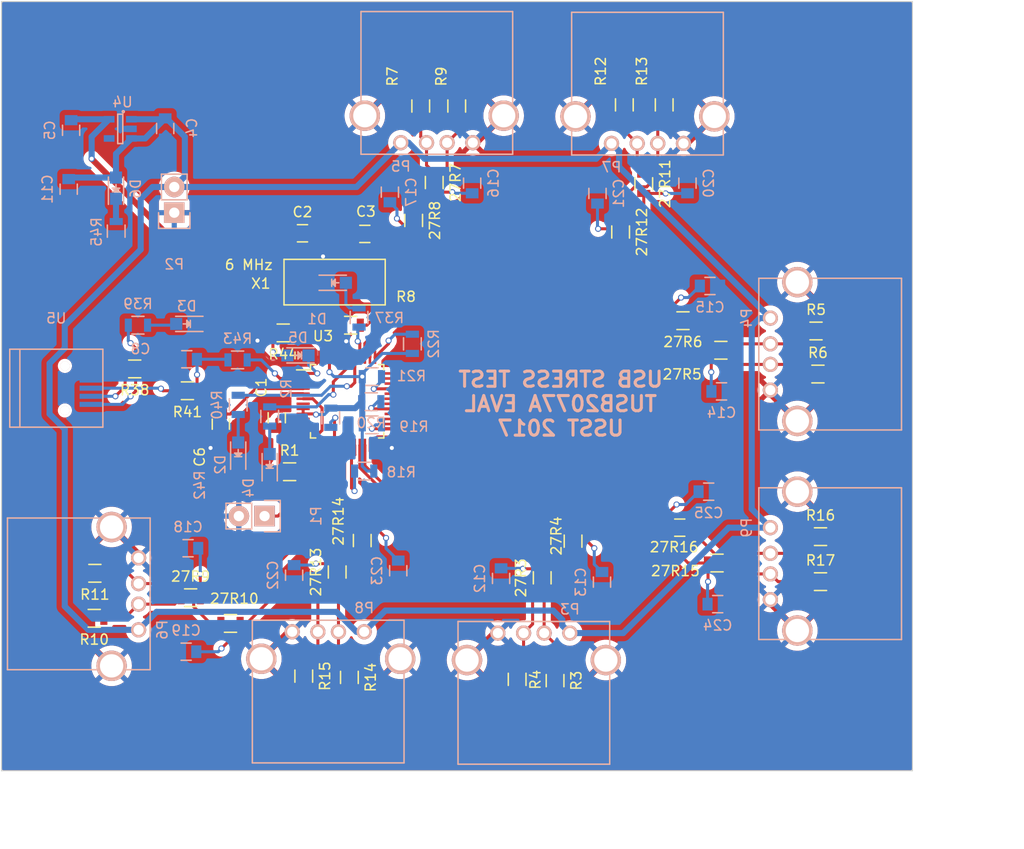
<source format=kicad_pcb>
(kicad_pcb (version 20221018) (generator pcbnew)
  (title_block (title "TUSB2077A USB hub") (date "2016-12-06") (rev "2") (company "USST") (comment 1 "Carl Hofmeister"))
  (layers (0 "F.Cu" signal) (31 "B.Cu" signal) (34 "B.Paste" user) (35 "F.Paste" user) (36 "B.SilkS" user "B.Silkscreen") (37 "F.SilkS" user "F.Silkscreen") (38 "B.Mask" user) (39 "F.Mask" user) (44 "Edge.Cuts" user))
  (net 0 "")
  (net 1 "Net-(27R3-Pad1)")
  (net 2 "Net-(27R4-Pad1)")
  (net 3 "Net-(27R5-Pad1)")
  (net 4 "Net-(27R6-Pad1)")
  (net 5 "Net-(27R7-Pad1)")
  (net 6 "Net-(27R8-Pad1)")
  (net 7 "Net-(27R9-Pad1)")
  (net 8 "Net-(27R10-Pad1)")
  (net 9 "Net-(27R11-Pad1)")
  (net 10 "Net-(27R12-Pad1)")
  (net 11 "Net-(27R13-Pad1)")
  (net 12 "Net-(27R14-Pad1)")
  (net 13 "Net-(27R15-Pad1)")
  (net 14 "Net-(27R16-Pad1)")
  (net 15 "+3.3V")
  (net 16 "GND")
  (net 17 "Net-(C2-Pad1)")
  (net 18 "Net-(C3-Pad1)")
  (net 19 "VCC")
  (net 20 "RST")
  (net 21 "Net-(R8-Pad1)")
  (net 22 "HUBCFG")
  (net 23 "Net-(R38-Pad2)")
  (net 24 "Net-(R39-Pad2)")
  (net 25 "PORTPWR")
  (net 26 "Net-(R41-Pad2)")
  (net 27 "PORTDIS")
  (net 28 "DP0PUR")
  (net 29 "SPND")
  (net 30 "Net-(U3-Pad7)")
  (net 31 "Net-(U3-Pad11)")
  (net 32 "Net-(U3-Pad15)")
  (net 33 "Net-(U3-Pad19)")
  (net 34 "Net-(U3-Pad23)")
  (net 35 "Net-(U3-Pad28)")
  (net 36 "Net-(U3-Pad32)")
  (net 37 "Net-(U3-Pad36)")
  (net 38 "Net-(D1-Pad2)")
  (net 39 "Net-(D2-Pad2)")
  (net 40 "Net-(D3-Pad2)")
  (net 41 "Net-(D4-Pad2)")
  (net 42 "Net-(D5-Pad2)")
  (net 43 "Net-(D6-Pad1)")
  (net 44 "Net-(U4-Pad4)")
  (net 45 "Net-(R1-Pad2)")
  (net 46 "Net-(R2-Pad2)")
  (net 47 "Net-(R18-Pad2)")
  (net 48 "Net-(R19-Pad2)")
  (net 49 "Net-(R20-Pad2)")
  (net 50 "Net-(R21-Pad2)")
  (net 51 "Net-(R22-Pad2)")
  (net 52 "D3_P")
  (net 53 "D5_P")
  (net 54 "D7_P")
  (net 55 "D1_P")
  (net 56 "D6_P")
  (net 57 "D2_P")
  (net 58 "D4_P")
  (net 59 "D0_P")
  (net 60 "D3_N")
  (net 61 "D5_N")
  (net 62 "D7_N")
  (net 63 "D1_N")
  (net 64 "D6_N")
  (net 65 "D2_N")
  (net 66 "D4_N")
  (net 67 "D0_N")
  (footprint "Resistors_SMD:R_0805" (layer "F.Cu") (at 166.1795 120.65 90)
    (fp_text reference "27R3")
    (fp_text value "27R")
  )
  (footprint "Resistors_SMD:R_0805" (layer "F.Cu") (at 169.2275 117.0305 90)
    (fp_text reference "27R4")
    (fp_text value "27R")
  )
  (footprint "Resistors_SMD:R_0805" (layer "F.Cu") (at 183.83 98.171 180)
    (fp_text reference "27R5")
    (fp_text value "27R")
  )
  (footprint "Resistors_SMD:R_0805" (layer "F.Cu") (at 180.086 95.25 180)
    (fp_text reference "27R6")
    (fp_text value "27R")
  )
  (footprint "Resistors_SMD:R_0805" (layer "F.Cu") (at 155.5115 81.5975 -90)
    (fp_text reference "27R7")
    (fp_text value "27R")
  )
  (footprint "Resistors_SMD:R_0805" (layer "F.Cu") (at 153.4795 85.344 -90)
    (fp_text reference "27R8")
    (fp_text value "27R")
  )
  (footprint "Resistors_SMD:R_0805" (layer "F.Cu") (at 131.445 122.6185)
    (fp_text reference "27R9")
    (fp_text value "27R")
  )
  (footprint "Resistors_SMD:R_0805" (layer "F.Cu") (at 135.382 125.1585)
    (fp_text reference "27R10")
    (fp_text value "27R")
  )
  (footprint "Resistors_SMD:R_0805" (layer "F.Cu") (at 176.2125 81.7245 -90)
    (fp_text reference "27R11")
    (fp_text value "27R")
  )
  (footprint "Resistors_SMD:R_0805" (layer "F.Cu") (at 173.9265 86.487 -90)
    (fp_text reference "27R12")
    (fp_text value "27R")
  )
  (footprint "Resistors_SMD:R_0805" (layer "F.Cu") (at 145.923 120.0785 90)
    (fp_text reference "27R13")
    (fp_text value "27R")
  )
  (footprint "Resistors_SMD:R_0805" (layer "F.Cu") (at 148.3995 116.9695 90)
    (fp_text reference "27R14")
    (fp_text value "27R")
  )
  (footprint "Resistors_SMD:R_0805" (layer "F.Cu") (at 183.4515 119.1895 180)
    (fp_text reference "27R15")
    (fp_text value "27R")
  )
  (footprint "Capacitors_SMD:C_0805" (layer "F.Cu") (at 179.7685 115.697 180)
    (fp_text reference "27R16")
    (fp_text value "27R")
  )
  (footprint "Capacitors_SMD:C_0805" (layer "F.Cu") (at 139.954 104.8385 90)
    (fp_text reference "C1")
    (fp_text value "0.1uF")
  )
  (footprint "Capacitors_SMD:C_0805" (layer "F.Cu") (at 142.494 86.614)
    (fp_text reference "C2")
    (fp_text value "33pF")
  )
  (footprint "Capacitors_SMD:C_0805" (layer "F.Cu") (at 148.6535 86.6775 180)
    (fp_text reference "C3")
    (fp_text value "33pF")
  )
  (footprint "Capacitors_SMD:C_0805" (layer "F.Cu") (at 134.4295 105.4735 -90)
    (fp_text reference "C6")
    (fp_text value "22pF")
  )
  (footprint "Resistors_SMD:R_0805" (layer "F.Cu") (at 167.4495 130.81 -90)
    (fp_text reference "R3")
    (fp_text value "15k")
  )
  (footprint "Resistors_SMD:R_0805" (layer "F.Cu") (at 163.703 130.683 -90)
    (fp_text reference "R4")
    (fp_text value "15k")
  )
  (footprint "Resistors_SMD:R_0805" (layer "F.Cu") (at 193.2305 96.266)
    (fp_text reference "R5")
    (fp_text value "15k")
  )
  (footprint "Resistors_SMD:R_0805" (layer "F.Cu") (at 193.421 100.5205)
    (fp_text reference "R6")
    (fp_text value "15k")
  )
  (footprint "Resistors_SMD:R_0805" (layer "F.Cu") (at 154.178 74.041 90)
    (fp_text reference "R7")
    (fp_text value "15k")
  )
  (footprint "Resistors_SMD:R_0805" (layer "F.Cu") (at 147.2565 95.6945)
    (fp_text reference "R8")
    (fp_text value "1.5k")
  )
  (footprint "Resistors_SMD:R_0805" (layer "F.Cu") (at 157.734 74.041 90)
    (fp_text reference "R9")
    (fp_text value "15k")
  )
  (footprint "Resistors_SMD:R_0805" (layer "F.Cu") (at 121.92 124.6505 180)
    (fp_text reference "R10")
    (fp_text value "15k")
  )
  (footprint "Resistors_SMD:R_0805" (layer "F.Cu") (at 121.9835 120.2055 180)
    (fp_text reference "R11")
    (fp_text value "15k")
  )
  (footprint "Resistors_SMD:R_0805" (layer "F.Cu") (at 174.293967 73.926021 90)
    (fp_text reference "R12")
    (fp_text value "15k")
  )
  (footprint "Resistors_SMD:R_0805" (layer "F.Cu") (at 178.230967 73.926021 90)
    (fp_text reference "R13")
    (fp_text value "15k")
  )
  (footprint "Resistors_SMD:R_0805" (layer "F.Cu") (at 147.1295 130.4925 -90)
    (fp_text reference "R14")
    (fp_text value "15k")
  )
  (footprint "Resistors_SMD:R_0805" (layer "F.Cu") (at 142.621 130.3655 -90)
    (fp_text reference "R15")
    (fp_text value "15k")
  )
  (footprint "Resistors_SMD:R_0805" (layer "F.Cu") (at 193.675 116.586)
    (fp_text reference "R16")
    (fp_text value "15k")
  )
  (footprint "Resistors_SMD:R_0805" (layer "F.Cu") (at 193.675 121.031)
    (fp_text reference "R17")
    (fp_text value "15k")
  )
  (footprint "Resistors_SMD:R_0805" (layer "F.Cu") (at 125.9205 100.0125 180)
    (fp_text reference "R38")
    (fp_text value "30")
  )
  (footprint "Resistors_SMD:R_0805" (layer "F.Cu") (at 131.1275 102.1715 180)
    (fp_text reference "R41")
    (fp_text value "30")
  )
  (footprint "Resistors_SMD:R_0805" (layer "F.Cu") (at 140.589 96.4565 180)
    (fp_text reference "R44")
    (fp_text value "1k")
  )
  (footprint "Housings_QFP:TQFP-48_7x7mm_Pitch0.5mm" (layer "F.Cu") (at 146.90852 103.21036)
    (fp_text reference "U3")
    (fp_text value "TUSB2077A")
  )
  (footprint "apro_lib:FOX6MHZ" (layer "F.Cu") (at 145.669 91.44 180)
    (fp_text reference "X1")
    (fp_text value "6 MHz")
  )
  (footprint "Resistors_SMD:R_0805" (layer "F.Cu") (at 141.224 110.1725)
    (fp_text reference "R1")
    (fp_text value "15k")
  )
  (footprint "Capacitors_SMD:C_0805" (layer "B.Cu") (at 128.932022 76.260858 -90)
    (fp_text reference "C4")
    (fp_text value "1uF")
  )
  (footprint "Capacitors_SMD:C_0805" (layer "B.Cu") (at 119.635622 76.438658 -90)
    (fp_text reference "C5")
    (fp_text value "10uF")
  )
  (footprint "Capacitors_SMD:C_0805" (layer "B.Cu") (at 131.064 99.06 180)
    (fp_text reference "C8")
    (fp_text value "22pF")
  )
  (footprint "Capacitors_SMD:C_0805" (layer "B.Cu") (at 119.396862 82.257798 -90)
    (fp_text reference "C11")
    (fp_text value "10uF")
  )
  (footprint "Capacitors_SMD:C_0805" (layer "B.Cu") (at 162.1155 120.7135 -90)
    (fp_text reference "C12")
    (fp_text value "22pF")
  )
  (footprint "Capacitors_SMD:C_0805" (layer "B.Cu") (at 172.085 121.0785 -90)
    (fp_text reference "C13")
    (fp_text value "22pF")
  )
  (footprint "Capacitors_SMD:C_0805" (layer "B.Cu") (at 183.896 102.235)
    (fp_text reference "C14")
    (fp_text value "22pF")
  )
  (footprint "Capacitors_SMD:C_0805" (layer "B.Cu") (at 182.753 91.821)
    (fp_text reference "C15")
    (fp_text value "22pF")
  )
  (footprint "Capacitors_SMD:C_0805" (layer "B.Cu") (at 159.258 81.661 90)
    (fp_text reference "C16")
    (fp_text value "22pF")
  )
  (footprint "Capacitors_SMD:C_0805" (layer "B.Cu") (at 151.13 82.55 90)
    (fp_text reference "C17")
    (fp_text value "22pF")
  )
  (footprint "Capacitors_SMD:C_0805" (layer "B.Cu") (at 131.191 117.729 180)
    (fp_text reference "C18")
    (fp_text value "22pF")
  )
  (footprint "Capacitors_SMD:C_0805" (layer "B.Cu") (at 131.0005 127.9525 180)
    (fp_text reference "C19")
    (fp_text value "22pF")
  )
  (footprint "Capacitors_SMD:C_0805" (layer "B.Cu") (at 180.5305 81.661 90)
    (fp_text reference "C20")
    (fp_text value "22pF")
  )
  (footprint "Capacitors_SMD:C_0805" (layer "B.Cu") (at 171.6405 82.677 90)
    (fp_text reference "C21")
    (fp_text value "22pF")
  )
  (footprint "Capacitors_SMD:C_0805" (layer "B.Cu") (at 141.6685 120.396 -90)
    (fp_text reference "C22")
    (fp_text value "22pF")
  )
  (footprint "Capacitors_SMD:C_0805" (layer "B.Cu") (at 151.9555 119.9515 -90)
    (fp_text reference "C23")
    (fp_text value "22pF")
  )
  (footprint "Capacitors_SMD:C_0805" (layer "B.Cu") (at 183.515 123.2535)
    (fp_text reference "C24")
    (fp_text value "22pF")
  )
  (footprint "Capacitors_SMD:C_0805" (layer "B.Cu") (at 182.626 112.141)
    (fp_text reference "C25")
    (fp_text value "22pF")
  )
  (footprint "Pin_Headers:Pin_Header_Straight_1x02" (layer "B.Cu") (at 138.7475 114.554 90)
    (fp_text reference "P1")
    (fp_text value "CONN_01X02")
  )
  (footprint "Connect:USB_A" (layer "B.Cu") (at 168.91086 126.11312 180)
    (fp_text reference "P3")
    (fp_text value "USB_A")
  )
  (footprint "Connect:USB_A" (layer "B.Cu") (at 188.72412 94.99514 -90)
    (fp_text reference "P4")
    (fp_text value "USB_A")
  )
  (footprint "Connect:USB_A" (layer "B.Cu") (at 152.2095 77.6605)
    (fp_text reference "P5")
    (fp_text value "USB_A")
  )
  (footprint "Connect:USB_A" (layer "B.Cu") (at 126.29938 125.79436 90)
    (fp_text reference "P6")
    (fp_text value "USB_A")
  )
  (footprint "Connect:USB_A" (layer "B.Cu") (at 173.023107 77.733901)
    (fp_text reference "P7")
    (fp_text value "USB_A")
  )
  (footprint "Connect:USB_A" (layer "B.Cu") (at 148.59086 125.98612 180)
    (fp_text reference "P8")
    (fp_text value "USB_A")
  )
  (footprint "Connect:USB_A" (layer "B.Cu") (at 188.72412 115.69614 -90)
    (fp_text reference "P9")
    (fp_text value "USB_A")
  )
  (footprint "Resistors_SMD:R_0805" (layer "B.Cu") (at 148.082 94.9325 90)
    (fp_text reference "R37")
    (fp_text value "1k")
  )
  (footprint "Resistors_SMD:R_0805" (layer "B.Cu") (at 126.238 95.6945 180)
    (fp_text reference "R39")
    (fp_text value "1k")
  )
  (footprint "Resistors_SMD:R_0805" (layer "B.Cu") (at 136.144 103.5685 -90)
    (fp_text reference "R40")
    (fp_text value "1k")
  )
  (footprint "Resistors_SMD:R_0805" (layer "B.Cu") (at 139.2555 104.7115 -90)
    (fp_text reference "R42")
    (fp_text value "1k")
  )
  (footprint "Resistors_SMD:R_0805" (layer "B.Cu") (at 136.0805 99.1235 180)
    (fp_text reference "R43")
    (fp_text value "1.5k")
  )
  (footprint "Resistors_SMD:R_0805" (layer "B.Cu") (at 124.090782 86.403078 90)
    (fp_text reference "R45")
    (fp_text value "1k")
  )
  (footprint "LEDs:LED_0805" (layer "B.Cu") (at 145.7325 91.5035)
    (fp_text reference "D1")
    (fp_text value "LED")
  )
  (footprint "LEDs:LED_0805" (layer "B.Cu") (at 136.144 108.331 90)
    (fp_text reference "D2")
    (fp_text value "LED")
  )
  (footprint "LEDs:LED_0805" (layer "B.Cu") (at 131.064 95.5675 180)
    (fp_text reference "D3")
    (fp_text value "LED")
  )
  (footprint "LEDs:LED_0805" (layer "B.Cu") (at 139.2555 109.474 90)
    (fp_text reference "D4")
    (fp_text value "LED")
  )
  (footprint "LEDs:LED_0805" (layer "B.Cu") (at 142.0495 98.679 180)
    (fp_text reference "D5")
    (fp_text value "LED")
  )
  (footprint "LEDs:LED_0805" (layer "B.Cu") (at 124.070462 82.156198 90)
    (fp_text reference "D6")
    (fp_text value "LED")
  )
  (footprint "TO_SOT_Packages_SMD:SOT-23-5" (layer "B.Cu") (at 124.492102 76.296418 180)
    (fp_text reference "U4")
    (fp_text value "TPS76333")
  )
  (footprint "Pin_Headers:Pin_Header_Straight_1x02" (layer "B.Cu") (at 129.826102 84.579358)
    (fp_text reference "P2")
    (fp_text value "CONN_2")
  )
  (footprint "Resistors_SMD:R_0805" (layer "B.Cu") (at 148.59 110.109 180)
    (fp_text reference "R18")
    (fp_text value "15k")
  )
  (footprint "Resistors_SMD:R_0805" (layer "B.Cu") (at 149.352 105.537)
    (fp_text reference "R19")
    (fp_text value "15k")
  )
  (footprint "Resistors_SMD:R_0805" (layer "B.Cu") (at 149.2885 103.251)
    (fp_text reference "R20")
    (fp_text value "15k")
  )
  (footprint "Resistors_SMD:R_0805" (layer "B.Cu") (at 149.352 100.7745)
    (fp_text reference "R21")
    (fp_text value "15k")
  )
  (footprint "Resistors_SMD:R_0805" (layer "B.Cu") (at 153.3525 97.536 90)
    (fp_text reference "R22")
    (fp_text value "15k")
  )
  (footprint "Resistors_SMD:R_0805" (layer "B.Cu") (at 145.288 104.8385 -90)
    (fp_text reference "R2")
    (fp_text value "15k")
  )
  (footprint "Connect:USB_Mini-B" (layer "B.Cu") (at 118.1735 101.9175)
    (fp_text reference "U5")
    (fp_text value "USB_A_MALE")
  )
  (gr_line (start 202.76 63.716) (end 112.76 63.716) (stroke (width 0.1)) (layer "Edge.Cuts"))
  (gr_line (start 112.76 63.716) (end 112.76 139.716) (stroke (width 0.1)) (layer "Edge.Cuts"))
  (gr_line (start 202.76 139.716) (end 202.76 63.716) (stroke (width 0.1)) (layer "Edge.Cuts"))
  (gr_line (start 112.76 139.716) (end 202.76 139.716) (stroke (width 0.1)) (layer "Edge.Cuts"))
  (gr_text "USB STRESS TEST\nTUSB2077A EVAL\nUSST 2017" (at 168.01 103.466) (layer "B.SilkS") (effects (font (size 1.5 1.5) (thickness 0.3)) (justify mirror)))
  (segment (start 167.4495 129.86) (end 167.4495 127.1905) (width 0.3) (layer "F.Cu") (net 1))
  (segment (start 166.37 126.111) (end 166.37 121.7905) (width 0.3) (layer "F.Cu") (net 1))
  (segment (start 167.4495 127.1905) (end 166.37 126.111) (width 0.3) (layer "F.Cu") (net 1))
  (segment (start 166.37 121.7905) (end 166.1795 121.6) (width 0.3) (layer "F.Cu") (net 1))
  (segment (start 164.338 126.111) (end 165.229499 125.219501) (width 0.3) (layer "F.Cu") (net 2))
  (segment (start 165.229499 121.009999) (end 165.889497 120.350001) (width 0.3) (layer "F.Cu") (net 2))
  (segment (start 165.229499 125.219501) (end 165.229499 121.009999) (width 0.3) (layer "F.Cu") (net 2))
  (segment (start 165.889497 120.350001) (end 167.507999 120.350001) (width 0.3) (layer "F.Cu") (net 2))
  (segment (start 164.338 126.111) (end 164.338 129.098) (width 0.3) (layer "F.Cu") (net 2))
  (segment (start 167.507999 120.350001) (end 169.2275 118.6305) (width 0.3) (layer "F.Cu") (net 2))
  (segment (start 169.2275 118.6305) (end 169.2275 117.9805) (width 0.3) (layer "F.Cu") (net 2))
  (segment (start 164.338 129.098) (end 163.703 129.733) (width 0.3) (layer "F.Cu") (net 2))
  (segment (start 185.415 97.536) (end 184.78 98.171) (width 0.3) (layer "F.Cu") (net 3))
  (segment (start 188.722 97.536) (end 185.415 97.536) (width 0.3) (layer "F.Cu") (net 3))
  (segment (start 192.2805 96.566) (end 192.2805 96.266) (width 0.3) (layer "F.Cu") (net 3))
  (segment (start 188.722 97.536) (end 191.3105 97.536) (width 0.3) (layer "F.Cu") (net 3))
  (segment (start 191.3105 97.536) (end 192.2805 96.566) (width 0.3) (layer "F.Cu") (net 3))
  (segment (start 192.471 100.2205) (end 192.471 100.5205) (width 0.3) (layer "F.Cu") (net 4))
  (segment (start 184.189999 99.121001) (end 183.530001 98.461003) (width 0.3) (layer "F.Cu") (net 4))
  (segment (start 181.686 95.25) (end 181.036 95.25) (width 0.3) (layer "F.Cu") (net 4))
  (segment (start 191.8185 99.568) (end 192.471 100.2205) (width 0.3) (layer "F.Cu") (net 4))
  (segment (start 188.722 99.568) (end 191.8185 99.568) (width 0.3) (layer "F.Cu") (net 4))
  (segment (start 184.636998 99.568) (end 184.2135 99.144502) (width 0.3) (layer "F.Cu") (net 4))
  (segment (start 188.722 99.568) (end 184.636998 99.568) (width 0.3) (layer "F.Cu") (net 4))
  (segment (start 183.530001 97.094001) (end 181.686 95.25) (width 0.3) (layer "F.Cu") (net 4))
  (segment (start 184.2135 99.144502) (end 184.2135 99.121001) (width 0.3) (layer "F.Cu") (net 4))
  (segment (start 183.530001 98.461003) (end 183.530001 97.094001) (width 0.3) (layer "F.Cu") (net 4))
  (segment (start 184.2135 99.121001) (end 184.189999 99.121001) (width 0.3) (layer "F.Cu") (net 4))
  (segment (start 154.178 77.09026) (end 154.75036 77.66262) (width 0.3) (layer "F.Cu") (net 5))
  (segment (start 154.75036 77.66262) (end 154.75036 79.88636) (width 0.3) (layer "F.Cu") (net 5))
  (segment (start 154.75036 79.88636) (end 155.5115 80.6475) (width 0.3) (layer "F.Cu") (net 5))
  (segment (start 154.178 74.991) (end 154.178 77.09026) (width 0.3) (layer "F.Cu") (net 5))
  (segment (start 153.4795 83.039498) (end 153.4795 83.744) (width 0.3) (layer "F.Cu") (net 6))
  (segment (start 157.734 76.71098) (end 156.78236 77.66262) (width 0.3) (layer "F.Cu") (net 6))
  (segment (start 156.78236 77.66262) (end 156.78236 80.916642) (width 0.3) (layer "F.Cu") (net 6))
  (segment (start 157.734 74.991) (end 157.734 76.71098) (width 0.3) (layer "F.Cu") (net 6))
  (segment (start 154.621499 81.897499) (end 153.4795 83.039498) (width 0.3) (layer "F.Cu") (net 6))
  (segment (start 153.4795 83.744) (end 153.4795 84.394) (width 0.3) (layer "F.Cu") (net 6))
  (segment (start 155.801503 81.897499) (end 154.621499 81.897499) (width 0.3) (layer "F.Cu") (net 6))
  (segment (start 156.78236 80.916642) (end 155.801503 81.897499) (width 0.3) (layer "F.Cu") (net 6))
  (segment (start 124.9045 124.6505) (end 126.3015 123.2535) (width 0.3) (layer "F.Cu") (net 7))
  (segment (start 126.3015 123.2535) (end 129.86 123.2535) (width 0.3) (layer "F.Cu") (net 7))
  (segment (start 122.87 124.6505) (end 124.9045 124.6505) (width 0.3) (layer "F.Cu") (net 7))
  (segment (start 129.86 123.2535) (end 130.495 122.6185) (width 0.3) (layer "F.Cu") (net 7))
  (segment (start 125.2855 120.2055) (end 122.9335 120.2055) (width 0.3) (layer "F.Cu") (net 8))
  (segment (start 131.744999 122.328497) (end 131.744999 123.508501) (width 0.3) (layer "F.Cu") (net 8))
  (segment (start 133.782 125.1585) (end 134.432 125.1585) (width 0.3) (layer "F.Cu") (net 8))
  (segment (start 126.3015 121.2215) (end 130.638002 121.2215) (width 0.3) (layer "F.Cu") (net 8))
  (segment (start 130.638002 121.2215) (end 131.744999 122.328497) (width 0.3) (layer "F.Cu") (net 8))
  (segment (start 126.3015 121.2215) (end 125.2855 120.2055) (width 0.3) (layer "F.Cu") (net 8))
  (segment (start 133.394998 125.1585) (end 133.782 125.1585) (width 0.3) (layer "F.Cu") (net 8))
  (segment (start 131.744999 123.508501) (end 133.394998 125.1585) (width 0.3) (layer "F.Cu") (net 8))
  (segment (start 175.563967 80.125967) (end 176.2125 80.7745) (width 0.3) (layer "F.Cu") (net 9))
  (segment (start 175.563967 77.736021) (end 175.563967 80.125967) (width 0.3) (layer "F.Cu") (net 9))
  (segment (start 174.293967 74.876021) (end 174.293967 76.466021) (width 0.3) (layer "F.Cu") (net 9))
  (segment (start 174.293967 76.466021) (end 175.563967 77.736021) (width 0.3) (layer "F.Cu") (net 9))
  (segment (start 176.502503 82.024499) (end 175.322499 82.024499) (width 0.3) (layer "F.Cu") (net 10))
  (segment (start 175.322499 82.024499) (end 173.9265 83.420498) (width 0.3) (layer "F.Cu") (net 10))
  (segment (start 177.595967 77.736021) (end 177.595967 75.511021) (width 0.3) (layer "F.Cu") (net 10))
  (segment (start 177.595967 77.736021) (end 177.595967 80.931035) (width 0.3) (layer "F.Cu") (net 10))
  (segment (start 177.595967 80.931035) (end 176.502503 82.024499) (width 0.3) (layer "F.Cu") (net 10))
  (segment (start 173.9265 84.887) (end 173.9265 85.537) (width 0.3) (layer "F.Cu") (net 10))
  (segment (start 177.595967 75.511021) (end 178.230967 74.876021) (width 0.3) (layer "F.Cu") (net 10))
  (segment (start 173.9265 83.420498) (end 173.9265 84.887) (width 0.3) (layer "F.Cu") (net 10))
  (segment (start 146.8295 129.5425) (end 147.1295 129.5425) (width 0.3) (layer "F.Cu") (net 11))
  (segment (start 146.05 125.984) (end 146.05 128.763) (width 0.3) (layer "F.Cu") (net 11))
  (segment (start 146.05 128.763) (end 146.8295 129.5425) (width 0.3) (layer "F.Cu") (net 11))
  (segment (start 146.05 121.1555) (end 145.923 121.0285) (width 0.3) (layer "F.Cu") (net 11))
  (segment (start 146.05 125.984) (end 146.05 121.1555) (width 0.3) (layer "F.Cu") (net 11))
  (segment (start 145.632997 119.778501) (end 147.190499 119.778501) (width 0.3) (layer "F.Cu") (net 12))
  (segment (start 144.018 128.3185) (end 142.921 129.4155) (width 0.3) (layer "F.Cu") (net 12))
  (segment (start 142.921 129.4155) (end 142.621 129.4155) (width 0.3) (layer "F.Cu") (net 12))
  (segment (start 148.3995 118.5695) (end 148.3995 117.9195) (width 0.3) (layer "F.Cu") (net 12))
  (segment (start 144.018 125.984) (end 144.018 121.393498) (width 0.3) (layer "F.Cu") (net 12))
  (segment (start 147.190499 119.778501) (end 148.3995 118.5695) (width 0.3) (layer "F.Cu") (net 12))
  (segment (start 144.018 121.393498) (end 145.632997 119.778501) (width 0.3) (layer "F.Cu") (net 12))
  (segment (start 144.018 125.984) (end 144.018 128.3185) (width 0.3) (layer "F.Cu") (net 12))
  (segment (start 184.4015 118.8895) (end 184.4015 119.1895) (width 0.3) (layer "F.Cu") (net 13))
  (segment (start 188.722 118.237) (end 191.374 118.237) (width 0.3) (layer "F.Cu") (net 13))
  (segment (start 185.054 118.237) (end 184.4015 118.8895) (width 0.3) (layer "F.Cu") (net 13))
  (segment (start 188.722 118.237) (end 185.054 118.237) (width 0.3) (layer "F.Cu") (net 13))
  (segment (start 192.725 116.886) (end 192.725 116.586) (width 0.3) (layer "F.Cu") (net 13))
  (segment (start 191.374 118.237) (end 192.725 116.886) (width 0.3) (layer "F.Cu") (net 13))
  (segment (start 183.151501 118.205001) (end 180.7685 115.822) (width 0.3) (layer "F.Cu") (net 14))
  (segment (start 183.151501 119.479503) (end 183.151501 118.205001) (width 0.3) (layer "F.Cu") (net 14))
  (segment (start 180.7685 115.822) (end 180.7685 115.697) (width 0.3) (layer "F.Cu") (net 14))
  (segment (start 188.722 120.269) (end 183.940998 120.269) (width 0.3) (layer "F.Cu") (net 14))
  (segment (start 189.484 121.031) (end 188.722 120.269) (width 0.3) (layer "F.Cu") (net 14))
  (segment (start 192.725 121.031) (end 189.484 121.031) (width 0.3) (layer "F.Cu") (net 14))
  (segment (start 183.940998 120.269) (end 183.151501 119.479503) (width 0.3) (layer "F.Cu") (net 14))
  (segment (start 139.3625 93.98) (end 141.539 96.1565) (width 0.6) (layer "F.Cu") (net 15))
  (segment (start 143.76686 104.46036) (end 143.8275 104.521) (width 0.3) (layer "F.Cu") (net 15))
  (segment (start 140.274 106.1585) (end 139.954 105.8385) (width 0.3) (layer "F.Cu") (net 15))
  (segment (start 121.666 79.248) (end 121.666 79.261258) (width 0.6) (layer "F.Cu") (net 15))
  (segment (start 142.55852 104.46036) (end 143.76686 104.46036) (width 0.3) (layer "F.Cu") (net 15))
  (segment (start 144.65852 98.86036) (end 145.15852 98.86036) (width 0.3) (layer "F.Cu") (net 15))
  (segment (start 142.55852 104.96036) (end 140.03214 104.96036) (width 0.3) (layer "F.Cu") (net 15))
  (segment (start 141.539 96.1565) (end 141.539 96.4565) (width 0.6) (layer "F.Cu") (net 15))
  (segment (start 141.539 96.4565) (end 143.20466 96.4565) (width 0.3) (layer "F.Cu") (net 15))
  (segment (start 145.161 98.86284) (end 145.15852 98.86036) (width 0.3) (layer "F.Cu") (net 15))
  (segment (start 143.20466 96.4565) (end 144.65852 97.91036) (width 0.3) (layer "F.Cu") (net 15))
  (segment (start 140.03214 104.96036) (end 139.954 105.0385) (width 0.3) (layer "F.Cu") (net 15))
  (segment (start 139.954 105.0385) (end 139.954 105.8385) (width 0.3) (layer "F.Cu") (net 15))
  (segment (start 144.65852 97.91036) (end 144.65852 98.86036) (width 0.3) (layer "F.Cu") (net 15))
  (segment (start 142.55852 104.46036) (end 142.55852 104.96036) (width 0.3) (layer "F.Cu") (net 15))
  (segment (start 142.55852 103.96036) (end 142.55852 104.46036) (width 0.3) (layer "F.Cu") (net 15))
  (segment (start 140.274 110.1725) (end 140.274 106.1585) (width 0.3) (layer "F.Cu") (net 15))
  (segment (start 121.666 79.261258) (end 136.384742 93.98) (width 0.6) (layer "F.Cu") (net 15))
  (segment (start 136.384742 93.98) (end 139.3625 93.98) (width 0.6) (layer "F.Cu") (net 15))
  (segment (start 145.161 100.33) (end 145.161 98.86284) (width 0.3) (layer "F.Cu") (net 15))
  (via (at 121.666 79.248) (size 0.6) (drill 0.4) (layers "F.Cu" "B.Cu") (net 15))
  (via (at 143.8275 104.521) (size 0.6) (drill 0.4) (layers "F.Cu" "B.Cu") (net 15))
  (via (at 145.161 100.33) (size 0.6) (drill 0.4) (layers "F.Cu" "B.Cu") (net 15))
  (via (at 148.402 100.7745) (size 0.6) (drill 0.4) (layers "F.Cu" "B.Cu") (net 15))
  (segment (start 153.3525 98.486) (end 150.3905 98.486) (width 0.3) (layer "B.Cu") (net 15))
  (segment (start 147.701 103.8885) (end 148.3385 103.251) (width 0.6) (layer "B.Cu") (net 15))
  (segment (start 150.3905 98.486) (end 148.402 100.4745) (width 0.3) (layer "B.Cu") (net 15))
  (segment (start 123.392102 75.346418) (end 121.666 77.07252) (width 0.6) (layer "B.Cu") (net 15))
  (segment (start 143.8275 104.521) (end 144.6555 104.521) (width 0.3) (layer "B.Cu") (net 15))
  (segment (start 148.402 109.621) (end 148.89 110.109) (width 0.3) (layer "B.Cu") (net 15))
  (segment (start 148.402 105.537) (end 148.402 103.3145) (width 0.6) (layer "B.Cu") (net 15))
  (segment (start 148.402 103.1875) (end 148.3385 103.251) (width 0.6) (layer "B.Cu") (net 15))
  (segment (start 145.6055 100.7745) (end 145.161 100.33) (width 0.3) (layer "B.Cu") (net 15))
  (segment (start 148.402 100.7745) (end 148.402 103.1875) (width 0.6) (layer "B.Cu") (net 15))
  (segment (start 148.89 110.109) (end 149.54 110.109) (width 0.3) (layer "B.Cu") (net 15))
  (segment (start 148.402 100.7745) (end 145.6055 100.7745) (width 0.3) (layer "B.Cu") (net 15))
  (segment (start 119.727862 75.346418) (end 119.635622 75.438658) (width 0.6) (layer "B.Cu") (net 15))
  (segment (start 145.288 103.8885) (end 147.701 103.8885) (width 0.6) (layer "B.Cu") (net 15))
  (segment (start 123.392102 75.346418) (end 119.727862 75.346418) (width 0.6) (layer "B.Cu") (net 15))
  (segment (start 148.402 105.537) (end 148.402 109.621) (width 0.3) (layer "B.Cu") (net 15))
  (segment (start 148.402 100.4745) (end 148.402 100.7745) (width 0.3) (layer "B.Cu") (net 15))
  (segment (start 121.666 77.07252) (end 121.666 79.248) (width 0.6) (layer "B.Cu") (net 15))
  (segment (start 148.402 103.3145) (end 148.3385 103.251) (width 0.6) (layer "B.Cu") (net 15))
  (segment (start 144.6555 104.521) (end 145.288 103.8885) (width 0.3) (layer "B.Cu") (net 15))
  (segment (start 154.178 73.091) (end 150.55898 73.091) (width 0.6) (layer "F.Cu") (net 16))
  (segment (start 141.0945 131.3155) (end 138.43 128.651) (width 0.6) (layer "F.Cu") (net 16))
  (segment (start 146.65852 98.86036) (end 146.65852 97.43548) (width 0.3) (layer "F.Cu") (net 16))
  (segment (start 120.97 124.6505) (end 120.97 126.685) (width 0.6) (layer "F.Cu") (net 16))
  (segment (start 167.4495 131.76) (end 169.484 131.76) (width 0.6) (layer "F.Cu") (net 16))
  (segment (start 188.722 123.19) (end 191.389 125.857) (width 0.6) (layer "F.Cu") (net 16))
  (segment (start 126.3015 118.6815) (end 126.3015 118.3005) (width 0.6) (layer "F.Cu") (net 16))
  (segment (start 150.55898 73.091) (end 148.65436 74.99562) (width 0.6) (layer "F.Cu") (net 16))
  (segment (start 194.1805 96.266) (end 194.1805 94.2315) (width 0.6) (layer "F.Cu") (net 16))
  (segment (start 159.32236 77.66262) (end 159.70336 77.66262) (width 0.6) (layer "F.Cu") (net 16))
  (segment (start 139.861001 98.961501) (end 139.284999 98.961501) (width 0.3) (layer "F.Cu") (net 16))
  (segment (start 181.090967 72.976021) (end 183.183967 75.069021) (width 0.6) (layer "F.Cu") (net 16))
  (segment (start 137.319 106.4735) (end 139.029 104.7635) (width 0.3) (layer "F.Cu") (net 16))
  (segment (start 174.293967 72.976021) (end 171.560967 72.976021) (width 0.6) (layer "F.Cu") (net 16))
  (segment (start 167.3225 131.633) (end 167.4495 131.76) (width 0.6) (layer "F.Cu") (net 16))
  (segment (start 151.05786 107.56036) (end 151.3205 107.823) (width 0.3) (layer "F.Cu") (net 16))
  (segment (start 157.734 73.091) (end 160.46574 73.091) (width 0.6) (layer "F.Cu") (net 16))
  (segment (start 188.722 122.809) (end 188.722 123.19) (width 0.6) (layer "F.Cu") (net 16))
  (segment (start 142.621 131.3155) (end 141.0945 131.3155) (width 0.6) (layer "F.Cu") (net 16))
  (segment (start 194.625 115.377) (end 191.389 112.141) (width 0.6) (layer "F.Cu") (net 16))
  (segment (start 147.0025 131.3155) (end 147.1295 131.4425) (width 0.6) (layer "F.Cu") (net 16))
  (segment (start 144.15852 98.86036) (end 139.962142 98.86036) (width 0.3) (layer "F.Cu") (net 16))
  (segment (start 178.230967 72.976021) (end 174.293967 72.976021) (width 0.6) (layer "F.Cu") (net 16))
  (segment (start 161.605 131.633) (end 163.703 131.633) (width 0.6) (layer "F.Cu") (net 16))
  (segment (start 188.722 102.108) (end 188.722 102.489) (width 0.6) (layer "F.Cu") (net 16))
  (segment (start 178.230967 72.976021) (end 181.090967 72.976021) (width 0.6) (layer "F.Cu") (net 16))
  (segment (start 161.798 126.111) (end 161.417 126.111) (width 0.6) (layer "F.Cu") (net 16))
  (segment (start 143.494 86.614) (end 147.59 86.614) (width 0.6) (layer "F.Cu") (net 16))
  (segment (start 121.0335 120.2055) (end 121.0335 124.587) (width 0.6) (layer "F.Cu") (net 16))
  (segment (start 121.0335 118.2345) (end 123.6345 115.6335) (width 0.6) (layer "F.Cu") (net 16))
  (segment (start 139.962142 98.86036) (end 139.861001 98.961501) (width 0.3) (layer "F.Cu") (net 16))
  (segment (start 194.371 100.5205) (end 194.371 96.4565) (width 0.6) (layer "F.Cu") (net 16))
  (segment (start 134.4295 106.807) (end 133.4135 107.823) (width 0.3) (layer "F.Cu") (net 16))
  (segment (start 143.494 87.868) (end 144.526 88.9) (width 0.6) (layer "F.Cu") (net 16))
  (segment (start 121.0335 120.2055) (end 121.0335 118.2345) (width 0.6) (layer "F.Cu") (net 16))
  (segment (start 139.029 104.7635) (end 139.029 104.6385) (width 0.3) (layer "F.Cu") (net 16))
  (segment (start 169.484 131.76) (end 172.466 128.778) (width 0.6) (layer "F.Cu") (net 16))
  (segment (start 142.55852 102.46036) (end 140.53214 102.46036) (width 0.3) (layer "F.Cu") (net 16))
  (segment (start 188.722 102.489) (end 191.389 105.156) (width 0.6) (layer "F.Cu") (net 16))
  (segment (start 194.625 122.621) (end 191.389 125.857) (width 0.6) (layer "F.Cu") (net 16))
  (segment (start 139.029 104.6385) (end 139.829 103.8385) (width 0.3) (layer "F.Cu") (net 16))
  (segment (start 141.097 125.984) (end 138.43 128.651) (width 0.6) (layer "F.Cu") (net 16))
  (segment (start 139.954 103.0385) (end 139.954 103.8385) (width 0.3) (layer "F.Cu") (net 16))
  (segment (start 147.1295 131.4425) (end 149.3545 131.4425) (width 0.6) (layer "F.Cu") (net 16))
  (segment (start 138.049 97.725502) (end 138.049 97.2185) (width 0.3) (layer "F.Cu") (net 16))
  (segment (start 194.1805 94.2315) (end 191.389 91.44) (width 0.6) (layer "F.Cu") (net 16))
  (segment (start 194.625 116.586) (end 194.625 121.031) (width 0.6) (layer "F.Cu") (net 16))
  (segment (start 139.829 103.8385) (end 139.954 103.8385) (width 0.3) (layer "F.Cu") (net 16))
  (segment (start 149.3545 131.4425) (end 152.146 128.651) (width 0.6) (layer "F.Cu") (net 16))
  (segment (start 126.3015 118.3005) (end 123.6345 115.6335) (width 0.6) (layer "F.Cu") (net 16))
  (segment (start 171.560967 72.976021) (end 169.467967 75.069021) (width 0.6) (layer "F.Cu") (net 16))
  (segment (start 146.65852 97.43548) (end 146.812 97.282) (width 0.3) (layer "F.Cu") (net 16))
  (segment (start 194.371 100.5205) (end 194.371 102.174) (width 0.6) (layer "F.Cu") (net 16))
  (segment (start 121.0335 124.587) (end 120.97 124.6505) (width 0.6) (layer "F.Cu") (net 16))
  (segment (start 154.178 73.091) (end 157.734 73.091) (width 0.6) (layer "F.Cu") (net 16))
  (segment (start 141.478 125.984) (end 141.097 125.984) (width 0.6) (layer "F.Cu") (net 16))
  (segment (start 180.135967 77.736021) (end 180.516967 77.736021) (width 0.6) (layer "F.Cu") (net 16))
  (segment (start 147.59 86.614) (end 147.6535 86.6775) (width 0.6) (layer "F.Cu") (net 16))
  (segment (start 194.371 102.174) (end 191.389 105.156) (width 0.6) (layer "F.Cu") (net 16))
  (segment (start 134.4295 106.4735) (end 134.4295 106.807) (width 0.3) (layer "F.Cu") (net 16))
  (segment (start 163.703 131.633) (end 167.3225 131.633) (width 0.6) (layer "F.Cu") (net 16))
  (segment (start 160.46574 73.091) (end 162.37036 74.99562) (width 0.6) (layer "F.Cu") (net 16))
  (segment (start 142.621 131.3155) (end 147.0025 131.3155) (width 0.6) (layer "F.Cu") (net 16))
  (segment (start 143.494 86.614) (end 143.494 87.868) (width 0.6) (layer "F.Cu") (net 16))
  (segment (start 134.4295 106.4735) (end 137.319 106.4735) (width 0.3) (layer "F.Cu") (net 16))
  (segment (start 140.53214 102.46036) (end 139.954 103.0385) (width 0.3) (layer "F.Cu") (net 16))
  (segment (start 161.417 126.111) (end 158.75 128.778) (width 0.6) (layer "F.Cu") (net 16))
  (segment (start 120.97 126.685) (end 123.6345 129.3495) (width 0.6) (layer "F.Cu") (net 16))
  (segment (start 194.625 121.031) (end 194.625 122.621) (width 0.6) (layer "F.Cu") (net 16))
  (segment (start 149.65852 107.56036) (end 151.05786 107.56036) (width 0.3) (layer "F.Cu") (net 16))
  (segment (start 159.70336 77.66262) (end 162.37036 74.99562) (width 0.6) (layer "F.Cu") (net 16))
  (segment (start 194.625 116.586) (end 194.625 115.377) (width 0.6) (layer "F.Cu") (net 16))
  (segment (start 158.75 128.778) (end 161.605 131.633) (width 0.6) (layer "F.Cu") (net 16))
  (segment (start 194.371 96.4565) (end 194.1805 96.266) (width 0.6) (layer "F.Cu") (net 16))
  (segment (start 139.284999 98.961501) (end 138.049 97.725502) (width 0.3) (layer "F.Cu") (net 16))
  (segment (start 180.516967 77.736021) (end 183.183967 75.069021) (width 0.6) (layer "F.Cu") (net 16))
  (via (at 146.812 97.282) (size 0.6) (drill 0.4) (layers "F.Cu" "B.Cu") (net 16))
  (via (at 133.4135 107.823) (size 0.6) (drill 0.4) (layers "F.Cu" "B.Cu") (net 16))
  (via (at 144.526 88.9) (size 0.6) (drill 0.4) (layers "F.Cu" "B.Cu") (net 16))
  (via (at 151.3205 107.823) (size 0.6) (drill 0.4) (layers "F.Cu" "B.Cu") (net 16))
  (via (at 138.049 97.2185) (size 0.6) (drill 0.4) (layers "F.Cu" "B.Cu") (net 16))
  (segment (start 123.1587 100.3173) (end 123.76 99.716) (width 0.25) (layer "B.Cu") (net 16))
  (segment (start 123.76 99.716) (end 123.76 97.966) (width 0.25) (layer "B.Cu") (net 16))
  (segment (start 123.76 97.966) (end 123.26142 97.46742) (width 0.25) (layer "B.Cu") (net 16))
  (segment (start 123.26142 97.46742) (end 121.52376 97.46742) (width 0.25) (layer "B.Cu") (net 16))
  (segment (start 123.6086 101.1174) (end 123.76 100.966) (width 0.3) (layer "B.Cu") (net 16))
  (segment (start 123.76 100.966) (end 123.76 99.716) (width 0.3) (layer "B.Cu") (net 16))
  (segment (start 144.526 91.34602) (end 144.68348 91.5035) (width 0.6) (layer "B.Cu") (net 16))
  (segment (start 121.62282 101.1174) (end 123.6086 101.1174) (width 0.3) (layer "B.Cu") (net 16))
  (segment (start 125.592102 76.296418) (end 124.462102 76.296418) (width 0.6) (layer "B.Cu") (net 16))
  (segment (start 124.462102 76.296418) (end 124.46 76.294316) (width 0.6) (layer "B.Cu") (net 16))
  (segment (start 124.46 76.294316) (end 124.46 73.4695) (width 0.6) (layer "B.Cu") (net 16))
  (segment (start 144.526 88.9) (end 144.526 91.34602) (width 0.6) (layer "B.Cu") (net 16))
  (segment (start 121.62282 100.3173) (end 123.1587 100.3173) (width 0.25) (layer "B.Cu") (net 16))
  (segment (start 145.65852 97.47952) (end 145.65852 97.91036) (width 0.3) (layer "F.Cu") (net 17))
  (segment (start 141.419 91.44) (end 141.419 93.24) (width 0.3) (layer "F.Cu") (net 17))
  (segment (start 141.419 93.24) (end 145.65852 97.47952) (width 0.3) (layer "F.Cu") (net 17))
  (segment (start 141.494 86.614) (end 141.494 91.365) (width 0.3) (layer "F.Cu") (net 17))
  (segment (start 145.65852 97.91036) (end 145.65852 98.86036) (width 0.3) (layer "F.Cu") (net 17))
  (segment (start 141.494 91.365) (end 141.419 91.44) (width 0.3) (layer "F.Cu") (net 17))
  (segment (start 149.919 93.24) (end 149.919 91.44) (width 0.3) (layer "F.Cu") (net 18))
  (segment (start 149.919 91.44) (end 149.919 86.943) (width 0.3) (layer "F.Cu") (net 18))
  (segment (start 149.919 94.632) (end 149.919 93.24) (width 0.3) (layer "F.Cu") (net 18))
  (segment (start 148.2065 95.6945) (end 148.8565 95.6945) (width 0.3) (layer "F.Cu") (net 18))
  (segment (start 149.919 86.943) (end 149.6535 86.6775) (width 0.3) (layer "F.Cu") (net 18))
  (segment (start 148.8565 95.6945) (end 149.919 94.632) (width 0.3) (layer "F.Cu") (net 18))
  (segment (start 121.3375 125.7935) (end 119.01 123.466) (width 0.6) (layer "B.Cu") (net 19))
  (segment (start 119.01 123.466) (end 119.01 105.966) (width 0.6) (layer "B.Cu") (net 19))
  (segment (start 119.01 105.966) (end 117.51 104.466) (width 0.6) (layer "B.Cu") (net 19))
  (segment (start 117.51 104.466) (end 117.51 99.466) (width 0.6) (layer "B.Cu") (net 19))
  (segment (start 117.51 99.466) (end 119.01 97.966) (width 0.6) (layer "B.Cu") (net 19))
  (segment (start 119.01 97.966) (end 119.01 95.716) (width 0.6) (layer "B.Cu") (net 19))
  (segment (start 119.01 95.716) (end 126.51 88.216) (width 0.6) (layer "B.Cu") (net 19))
  (segment (start 126.51 88.216) (end 126.51 83.216) (width 0.6) (layer "B.Cu") (net 19))
  (segment (start 126.51 83.216) (end 127.686642 82.039358) (width 0.6) (layer "B.Cu") (net 19))
  (segment (start 127.686642 82.039358) (end 129.826102 82.039358) (width 0.6) (layer "B.Cu") (net 19))
  (segment (start 119.547482 81.107178) (end 119.396862 81.257798) (width 0.6) (layer "B.Cu") (net 19))
  (segment (start 167.259 123.8885) (end 150.6855 123.8885) (width 0.6) (layer "B.Cu") (net 19))
  (segment (start 174.1805 126.111) (end 168.91 126.111) (width 0.6) (layer "B.Cu") (net 19))
  (segment (start 125.592102 77.246418) (end 126.946462 77.246418) (width 0.6) (layer "B.Cu") (net 19))
  (segment (start 129.826102 82.039358) (end 147.833622 82.039358) (width 0.6) (layer "B.Cu") (net 19))
  (segment (start 188.722 115.697) (end 184.5945 115.697) (width 0.6) (layer "B.Cu") (net 19))
  (segment (start 128.0795 124.0155) (end 126.3015 125.7935) (width 0.6) (layer "B.Cu") (net 19))
  (segment (start 128.846462 75.346418) (end 128.932022 75.260858) (width 0.6) (layer "B.Cu") (net 19))
  (segment (start 188.722 94.996) (end 187.660534 94.996) (width 0.6) (layer "B.Cu") (net 19))
  (segment (start 130.8735 80.99196) (end 129.826102 82.039358) (width 0.6) (layer "B.Cu") (net 19))
  (segment (start 128.932022 75.260858) (end 129.057022 75.260858) (width 0.6) (layer "B.Cu") (net 19))
  (segment (start 147.826846 125.984) (end 145.858346 124.0155) (width 0.6) (layer "B.Cu") (net 19))
  (segment (start 124.070462 81.107178) (end 124.070462 78.768058) (width 0.6) (layer "B.Cu") (net 19))
  (segment (start 124.070462 78.768058) (end 125.592102 77.246418) (width 0.6) (layer "B.Cu") (net 19))
  (segment (start 184.5945 115.697) (end 174.1805 126.111) (width 0.6) (layer "B.Cu") (net 19))
  (segment (start 126.946462 77.246418) (end 128.932022 75.260858) (width 0.6) (layer "B.Cu") (net 19))
  (segment (start 126.3015 125.7935) (end 121.3375 125.7935) (width 0.6) (layer "B.Cu") (net 19))
  (segment (start 129.057022 75.260858) (end 130.8735 77.077336) (width 0.6) (layer "B.Cu") (net 19))
  (segment (start 152.21036 77.66262) (end 152.973514 77.66262) (width 0.6) (layer "B.Cu") (net 19))
  (segment (start 145.858346 124.0155) (end 128.0795 124.0155) (width 0.6) (layer "B.Cu") (net 19))
  (segment (start 187.971431 94.245431) (end 188.722 94.996) (width 0.6) (layer "B.Cu") (net 19))
  (segment (start 150.6855 123.8885) (end 148.59 125.984) (width 0.6) (layer "B.Cu") (net 19))
  (segment (start 168.91 126.111) (end 168.159431 125.360431) (width 0.6) (layer "B.Cu") (net 19))
  (segment (start 173.774536 78.48659) (end 173.774536 80.048536) (width 0.6) (layer "B.Cu") (net 19))
  (segment (start 124.070462 81.107178) (end 119.547482 81.107178) (width 0.6) (layer "B.Cu") (net 19))
  (segment (start 173.023967 77.736021) (end 173.774536 78.48659) (width 0.6) (layer "B.Cu") (net 19))
  (segment (start 147.833622 82.039358) (end 152.21036 77.66262) (width 0.6) (layer "B.Cu") (net 19))
  (segment (start 186.8805 113.8555) (end 188.722 115.697) (width 0.6) (layer "B.Cu") (net 19))
  (segment (start 168.159431 125.360431) (end 168.159431 124.788931) (width 0.6) (layer "B.Cu") (net 19))
  (segment (start 154.558894 79.248) (end 171.511988 79.248) (width 0.6) (layer "B.Cu") (net 19))
  (segment (start 148.59 125.984) (end 147.826846 125.984) (width 0.6) (layer "B.Cu") (net 19))
  (segment (start 187.660534 94.996) (end 186.8805 95.776034) (width 0.6) (layer "B.Cu") (net 19))
  (segment (start 173.774536 80.048536) (end 187.971431 94.245431) (width 0.6) (layer "B.Cu") (net 19))
  (segment (start 152.973514 77.66262) (end 154.558894 79.248) (width 0.6) (layer "B.Cu") (net 19))
  (segment (start 168.159431 124.788931) (end 167.259 123.8885) (width 0.6) (layer "B.Cu") (net 19))
  (segment (start 186.8805 95.776034) (end 186.8805 113.8555) (width 0.6) (layer "B.Cu") (net 19))
  (segment (start 171.511988 79.248) (end 173.023967 77.736021) (width 0.6) (layer "B.Cu") (net 19))
  (segment (start 130.8735 77.077336) (end 130.8735 80.99196) (width 0.6) (layer "B.Cu") (net 19))
  (segment (start 125.592102 75.346418) (end 128.846462 75.346418) (width 0.6) (layer "B.Cu") (net 19))
  (segment (start 142.55852 102.96036) (end 143.50852 102.96036) (width 0.3) (layer "F.Cu") (net 20))
  (segment (start 143.00853 107.49897) (end 143.00853 111.60897) (width 0.3) (layer "F.Cu") (net 20))
  (segment (start 143.00853 111.60897) (end 140.0635 114.554) (width 0.3) (layer "F.Cu") (net 20))
  (segment (start 144.427501 106.079999) (end 143.00853 107.49897) (width 0.3) (layer "F.Cu") (net 20))
  (segment (start 144.427501 103.879341) (end 144.427501 106.079999) (width 0.3) (layer "F.Cu") (net 20))
  (segment (start 143.50852 102.96036) (end 144.427501 103.879341) (width 0.3) (layer "F.Cu") (net 20))
  (segment (start 140.0635 114.554) (end 138.7475 114.554) (width 0.3) (layer "F.Cu") (net 20))
  (segment (start 146.3065 96.6445) (end 146.15852 96.79248) (width 0.3) (layer "F.Cu") (net 21))
  (segment (start 146.3065 95.6945) (end 146.3065 96.6445) (width 0.3) (layer "F.Cu") (net 21))
  (segment (start 146.15852 97.91036) (end 146.15852 98.86036) (width 0.3) (layer "F.Cu") (net 21))
  (segment (start 146.15852 96.79248) (end 146.15852 97.91036) (width 0.3) (layer "F.Cu") (net 21))
  (segment (start 148.15852 98.86036) (end 148.15852 97.48552) (width 0.3) (layer "F.Cu") (net 22))
  (segment (start 148.15852 97.48552) (end 147.955 97.282) (width 0.3) (layer "F.Cu") (net 22))
  (via (at 147.955 97.282) (size 0.6) (drill 0.4) (layers "F.Cu" "B.Cu") (net 22))
  (segment (start 147.955 97.282) (end 147.955 96.0095) (width 0.3) (layer "B.Cu") (net 22))
  (segment (start 147.955 96.0095) (end 148.082 95.8825) (width 0.3) (layer "B.Cu") (net 22))
  (segment (start 124.01 102.716) (end 124.9705 101.7555) (width 0.3) (layer "F.Cu") (net 23))
  (segment (start 124.9705 101.7555) (end 124.9705 100.0125) (width 0.3) (layer "F.Cu") (net 23))
  (segment (start 124.9705 100.3125) (end 124.9705 100.0125) (width 0.3) (layer "F.Cu") (net 23))
  (via (at 124.01 102.716) (size 0.6) (drill 0.4) (layers "F.Cu" "B.Cu") (net 23))
  (segment (start 124.0084 102.7176) (end 124.01 102.716) (width 0.3) (layer "B.Cu") (net 23))
  (segment (start 121.62282 102.7176) (end 124.0084 102.7176) (width 0.3) (layer "B.Cu") (net 23))
  (segment (start 125.51 102.716) (end 126.01 102.216) (width 0.3) (layer "F.Cu") (net 24))
  (segment (start 126.01 102.216) (end 126.01 97.966) (width 0.3) (layer "F.Cu") (net 24))
  (segment (start 126.01 97.966) (end 125.51 97.466) (width 0.3) (layer "F.Cu") (net 24))
  (via (at 125.51 97.466) (size 0.6) (drill 0.4) (layers "F.Cu" "B.Cu") (net 24))
  (via (at 125.51 102.716) (size 0.6) (drill 0.4) (layers "F.Cu" "B.Cu") (net 24))
  (segment (start 124.7083 103.5177) (end 125.51 102.716) (width 0.3) (layer "B.Cu") (net 24))
  (segment (start 125.51 97.466) (end 125.288 97.244) (width 0.3) (layer "B.Cu") (net 24))
  (segment (start 125.288 97.244) (end 125.288 95.6945) (width 0.3) (layer "B.Cu") (net 24))
  (segment (start 121.62282 103.5177) (end 124.7083 103.5177) (width 0.3) (layer "B.Cu") (net 24))
  (segment (start 147.65852 99.81036) (end 147.65852 98.86036) (width 0.3) (layer "F.Cu") (net 25))
  (segment (start 147.299764 101.727) (end 147.65852 101.368244) (width 0.3) (layer "F.Cu") (net 25))
  (segment (start 147.65852 101.368244) (end 147.65852 99.81036) (width 0.3) (layer "F.Cu") (net 25))
  (segment (start 146.8755 101.727) (end 147.299764 101.727) (width 0.3) (layer "F.Cu") (net 25))
  (via (at 146.8755 101.727) (size 0.6) (drill 0.4) (layers "F.Cu" "B.Cu") (net 25))
  (segment (start 136.144 102.6185) (end 144.381588 102.6185) (width 0.3) (layer "B.Cu") (net 25))
  (segment (start 144.381588 102.6185) (end 145.273088 101.727) (width 0.3) (layer "B.Cu") (net 25))
  (segment (start 145.273088 101.727) (end 146.8755 101.727) (width 0.3) (layer "B.Cu") (net 25))
  (segment (start 128.51 101.966) (end 128.7155 102.1715) (width 0.3) (layer "F.Cu") (net 26))
  (segment (start 128.7155 102.1715) (end 130.1775 102.1715) (width 0.3) (layer "F.Cu") (net 26))
  (via (at 128.51 101.966) (size 0.6) (drill 0.4) (layers "F.Cu" "B.Cu") (net 26))
  (segment (start 128.4615 101.9175) (end 128.51 101.966) (width 0.3) (layer "B.Cu") (net 26))
  (segment (start 121.62282 101.9175) (end 128.4615 101.9175) (width 0.3) (layer "B.Cu") (net 26))
  (segment (start 145.542 102.5525) (end 145.542 101.291882) (width 0.3) (layer "F.Cu") (net 27))
  (segment (start 145.542 101.291882) (end 147.023521 99.810361) (width 0.3) (layer "F.Cu") (net 27))
  (segment (start 147.023521 99.810361) (end 147.15852 99.81036) (width 0.3) (layer "F.Cu") (net 27))
  (segment (start 147.15852 99.81036) (end 147.15852 98.86036) (width 0.3) (layer "F.Cu") (net 27))
  (via (at 145.542 102.5525) (size 0.6) (drill 0.4) (layers "F.Cu" "B.Cu") (net 27))
  (segment (start 139.2555 103.7615) (end 143.874998 103.7615) (width 0.3) (layer "B.Cu") (net 27))
  (segment (start 145.083998 102.5525) (end 145.542 102.5525) (width 0.3) (layer "B.Cu") (net 27))
  (segment (start 143.874998 103.7615) (end 145.083998 102.5525) (width 0.3) (layer "B.Cu") (net 27))
  (segment (start 142.55852 100.96036) (end 140.26686 100.96036) (width 0.3) (layer "F.Cu") (net 28))
  (segment (start 140.26686 100.96036) (end 139.7635 100.457) (width 0.3) (layer "F.Cu") (net 28))
  (via (at 139.7635 100.457) (size 0.6) (drill 0.4) (layers "F.Cu" "B.Cu") (net 28))
  (segment (start 139.7635 100.457) (end 138.43 99.1235) (width 0.3) (layer "B.Cu") (net 28))
  (segment (start 138.43 99.1235) (end 137.0305 99.1235) (width 0.3) (layer "B.Cu") (net 28))
  (segment (start 143.9545 100.457) (end 142.56188 100.457) (width 0.3) (layer "F.Cu") (net 29))
  (segment (start 142.56188 100.457) (end 142.55852 100.46036) (width 0.3) (layer "F.Cu") (net 29))
  (via (at 143.9545 100.457) (size 0.6) (drill 0.4) (layers "F.Cu" "B.Cu") (net 29))
  (segment (start 143.09852 98.679) (end 143.09852 99.60102) (width 0.3) (layer "B.Cu") (net 29))
  (segment (start 143.09852 99.60102) (end 143.9545 100.457) (width 0.3) (layer "B.Cu") (net 29))
  (segment (start 147.132 93.9825) (end 146.78152 93.63202) (width 0.3) (layer "B.Cu") (net 38))
  (segment (start 146.78152 92.40294) (end 146.78152 91.5035) (width 0.3) (layer "B.Cu") (net 38))
  (segment (start 148.082 93.9825) (end 147.132 93.9825) (width 0.3) (layer "B.Cu") (net 38))
  (segment (start 146.78152 93.63202) (end 146.78152 92.40294) (width 0.3) (layer "B.Cu") (net 38))
  (segment (start 136.144 107.28198) (end 136.144 104.5185) (width 0.3) (layer "B.Cu") (net 39))
  (segment (start 129.88798 95.6945) (end 130.01498 95.5675) (width 0.3) (layer "B.Cu") (net 40))
  (segment (start 127.188 95.6945) (end 129.88798 95.6945) (width 0.3) (layer "B.Cu") (net 40))
  (segment (start 139.2555 108.42498) (end 139.2555 105.6615) (width 0.3) (layer "B.Cu") (net 41))
  (segment (start 139.573 98.3615) (end 139.573 96.5225) (width 0.3) (layer "F.Cu") (net 42))
  (segment (start 139.573 96.5225) (end 139.639 96.4565) (width 0.3) (layer "F.Cu") (net 42))
  (via (at 139.573 98.3615) (size 0.6) (drill 0.4) (layers "F.Cu" "B.Cu") (net 42))
  (segment (start 139.8905 98.679) (end 139.573 98.3615) (width 0.3) (layer "B.Cu") (net 42))
  (segment (start 141.00048 98.679) (end 139.8905 98.679) (width 0.3) (layer "B.Cu") (net 42))
  (segment (start 124.070462 83.205218) (end 124.070462 85.432758) (width 0.6) (layer "B.Cu") (net 43))
  (segment (start 124.070462 85.432758) (end 124.090782 85.453078) (width 0.6) (layer "B.Cu") (net 43))
  (segment (start 142.55852 109.78798) (end 142.174 110.1725) (width 0.3) (layer "F.Cu") (net 45))
  (segment (start 142.55852 105.96036) (end 142.55852 109.78798) (width 0.3) (layer "F.Cu") (net 45))
  (segment (start 145.7325 104.8385) (end 145.65852 104.91248) (width 0.3) (layer "F.Cu") (net 46))
  (segment (start 145.65852 104.91248) (end 145.65852 107.56036) (width 0.3) (layer "F.Cu") (net 46))
  (via (at 145.7325 104.8385) (size 0.6) (drill 0.4) (layers "F.Cu" "B.Cu") (net 46))
  (segment (start 145.288 105.283) (end 145.7325 104.8385) (width 0.3) (layer "B.Cu") (net 46))
  (segment (start 145.288 105.7885) (end 145.288 105.283) (width 0.3) (layer "B.Cu") (net 46))
  (segment (start 147.337501 108.696381) (end 147.523521 108.510361) (width 0.3) (layer "F.Cu") (net 47))
  (segment (start 147.65852 108.51036) (end 147.65852 107.56036) (width 0.3) (layer "F.Cu") (net 47))
  (segment (start 147.6375 112.0775) (end 147.337501 111.777501) (width 0.3) (layer "F.Cu") (net 47))
  (segment (start 147.523521 108.510361) (end 147.65852 108.51036) (width 0.3) (layer "F.Cu") (net 47))
  (segment (start 147.337501 111.777501) (end 147.337501 108.696381) (width 0.3) (layer "F.Cu") (net 47))
  (via (at 147.6375 112.0775) (size 0.6) (drill 0.4) (layers "F.Cu" "B.Cu") (net 47))
  (segment (start 147.64 110.109) (end 147.64 112.075) (width 0.3) (layer "B.Cu") (net 47))
  (segment (start 147.64 112.075) (end 147.6375 112.0775) (width 0.3) (layer "B.Cu") (net 47))
  (segment (start 151.21616 105.918) (end 151.25852 105.96036) (width 0.3) (layer "F.Cu") (net 48))
  (segment (start 149.352 105.918) (end 151.21616 105.918) (width 0.3) (layer "F.Cu") (net 48))
  (via (at 149.352 105.918) (size 0.6) (drill 0.4) (layers "F.Cu" "B.Cu") (net 48))
  (segment (start 149.733 105.537) (end 149.352 105.918) (width 0.3) (layer "B.Cu") (net 48))
  (segment (start 150.302 105.537) (end 149.733 105.537) (width 0.3) (layer "B.Cu") (net 48))
  (segment (start 149.2885 103.886) (end 149.36286 103.96036) (width 0.3) (layer "F.Cu") (net 49))
  (segment (start 149.36286 103.96036) (end 151.25852 103.96036) (width 0.3) (layer "F.Cu") (net 49))
  (via (at 149.2885 103.886) (size 0.6) (drill 0.4) (layers "F.Cu" "B.Cu") (net 49))
  (segment (start 150.2385 103.251) (end 149.9235 103.251) (width 0.3) (layer "B.Cu") (net 49))
  (segment (start 149.9235 103.251) (end 149.2885 103.886) (width 0.3) (layer "B.Cu") (net 49))
  (segment (start 151.23788 101.981) (end 151.25852 101.96036) (width 0.3) (layer "F.Cu") (net 50))
  (segment (start 149.5425 101.981) (end 151.23788 101.981) (width 0.3) (layer "F.Cu") (net 50))
  (via (at 149.5425 101.981) (size 0.6) (drill 0.4) (layers "F.Cu" "B.Cu") (net 50))
  (segment (start 150.302 100.7745) (end 150.302 101.2215) (width 0.3) (layer "B.Cu") (net 50))
  (segment (start 150.302 101.2215) (end 149.5425 101.981) (width 0.3) (layer "B.Cu") (net 50))
  (segment (start 151.003 97.51588) (end 149.65852 98.86036) (width 0.3) (layer "F.Cu") (net 51))
  (segment (start 151.003 97.2185) (end 151.003 97.51588) (width 0.3) (layer "F.Cu") (net 51))
  (via (at 151.003 97.2185) (size 0.6) (drill 0.4) (layers "F.Cu" "B.Cu") (net 51))
  (segment (start 151.6355 96.586) (end 151.003 97.2185) (width 0.3) (layer "B.Cu") (net 51))
  (segment (start 153.3525 96.586) (end 151.6355 96.586) (width 0.3) (layer "B.Cu") (net 51))
  (segment (start 165.076552 111.8275) (end 165.076552 111.87749) (width 0.3) (layer "F.Cu") (net 52))
  (segment (start 150.916052 111.8275) (end 165.076552 111.8275) (width 0.3) (layer "F.Cu") (net 52))
  (segment (start 169.2275 116.0805) (end 169.6745 116.0805) (width 0.3) (layer "F.Cu") (net 52))
  (segment (start 169.6745 116.0805) (end 171.323 117.729) (width 0.3) (layer "F.Cu") (net 52))
  (segment (start 148.65852 107.56036) (end 148.658519 107.560361) (width 0.3) (layer "F.Cu") (net 52))
  (segment (start 169.2275 115.4305) (end 169.2275 116.0805) (width 0.3) (layer "F.Cu") (net 52))
  (segment (start 165.076552 111.87749) (end 165.674494 111.877494) (width 0.3) (layer "F.Cu") (net 52))
  (segment (start 165.674494 111.877494) (end 169.2275 115.4305) (width 0.3) (layer "F.Cu") (net 52))
  (segment (start 148.658519 109.569967) (end 150.916052 111.8275) (width 0.3) (layer "F.Cu") (net 52))
  (segment (start 148.658519 107.560361) (end 148.658519 109.569967) (width 0.3) (layer "F.Cu") (net 52))
  (via (at 171.323 117.729) (size 0.6) (drill 0.4) (layers "F.Cu" "B.Cu") (net 52))
  (segment (start 171.323 117.729) (end 171.323 119.3165) (width 0.3) (layer "B.Cu") (net 52))
  (segment (start 171.323 119.3165) (end 172.085 120.0785) (width 0.3) (layer "B.Cu") (net 52))
  (segment (start 179.136 93.7235) (end 179.8955 92.964) (width 0.3) (layer "F.Cu") (net 53))
  (segment (start 151.258521 102.960361) (end 167.513587 102.960361) (width 0.3) (layer "F.Cu") (net 53))
  (segment (start 167.513587 102.960361) (end 175.223948 95.25) (width 0.3) (layer "F.Cu") (net 53))
  (segment (start 151.25852 102.96036) (end 151.258521 102.960361) (width 0.3) (layer "F.Cu") (net 53))
  (segment (start 175.223948 95.25) (end 179.136 95.25) (width 0.3) (layer "F.Cu") (net 53))
  (segment (start 179.136 95.25) (end 179.136 93.7235) (width 0.3) (layer "F.Cu") (net 53))
  (via (at 179.8955 92.964) (size 0.6) (drill 0.4) (layers "F.Cu" "B.Cu") (net 53))
  (segment (start 180.61 92.964) (end 181.753 91.821) (width 0.3) (layer "B.Cu") (net 53))
  (segment (start 179.8955 92.964) (end 180.61 92.964) (width 0.3) (layer "B.Cu") (net 53))
  (segment (start 148.658521 97.494927) (end 155.011501 91.141947) (width 0.3) (layer "F.Cu") (net 54))
  (segment (start 148.65852 98.86036) (end 148.658521 98.860359) (width 0.3) (layer "F.Cu") (net 54))
  (segment (start 148.658521 98.860359) (end 148.658521 97.494927) (width 0.3) (layer "F.Cu") (net 54))
  (segment (start 152.969 86.294) (end 151.8285 85.1535) (width 0.3) (layer "F.Cu") (net 54))
  (segment (start 153.4795 86.294) (end 152.969 86.294) (width 0.3) (layer "F.Cu") (net 54))
  (segment (start 155.011501 87.826001) (end 153.4795 86.294) (width 0.3) (layer "F.Cu") (net 54))
  (segment (start 155.011501 91.141947) (end 155.011501 87.826001) (width 0.3) (layer "F.Cu") (net 54))
  (via (at 151.8285 85.1535) (size 0.6) (drill 0.4) (layers "F.Cu" "B.Cu") (net 54))
  (segment (start 151.8285 84.2485) (end 151.13 83.55) (width 0.3) (layer "B.Cu") (net 54))
  (segment (start 151.8285 85.1535) (end 151.8285 84.2485) (width 0.3) (layer "B.Cu") (net 54))
  (segment (start 136.982 125.1585) (end 139.446 122.6945) (width 0.3) (layer "F.Cu") (net 55))
  (segment (start 144.658519 114.645534) (end 139.446 119.858053) (width 0.3) (layer "F.Cu") (net 55))
  (segment (start 136.332 125.1585) (end 136.982 125.1585) (width 0.3) (layer "F.Cu") (net 55))
  (segment (start 134.493 127.635) (end 136.332 125.796) (width 0.3) (layer "F.Cu") (net 55))
  (segment (start 144.65852 107.56036) (end 144.658519 107.560361) (width 0.3) (layer "F.Cu") (net 55))
  (segment (start 136.332 125.796) (end 136.332 125.1585) (width 0.3) (layer "F.Cu") (net 55))
  (segment (start 144.658519 107.560361) (end 144.658519 114.645534) (width 0.3) (layer "F.Cu") (net 55))
  (segment (start 139.446 122.6945) (end 139.446 119.858053) (width 0.3) (layer "F.Cu") (net 55))
  (via (at 134.493 127.635) (size 0.6) (drill 0.4) (layers "F.Cu" "B.Cu") (net 55))
  (segment (start 132.0005 127.9525) (end 134.1755 127.9525) (width 0.3) (layer "B.Cu") (net 55))
  (segment (start 134.1755 127.9525) (end 134.493 127.635) (width 0.3) (layer "B.Cu") (net 55))
  (segment (start 151.25852 100.96036) (end 151.258521 100.960361) (width 0.3) (layer "F.Cu") (net 56))
  (segment (start 151.258521 100.960361) (end 163.798587 100.960361) (width 0.3) (layer "F.Cu") (net 56))
  (segment (start 172.659 86.1695) (end 173.9265 87.437) (width 0.3) (layer "F.Cu") (net 56))
  (segment (start 173.9265 90.832448) (end 173.9265 87.437) (width 0.3) (layer "F.Cu") (net 56))
  (segment (start 163.798587 100.960361) (end 173.9265 90.832448) (width 0.3) (layer "F.Cu") (net 56))
  (segment (start 171.704 86.1695) (end 172.659 86.1695) (width 0.3) (layer "F.Cu") (net 56))
  (via (at 171.704 86.1695) (size 0.6) (drill 0.4) (layers "F.Cu" "B.Cu") (net 56))
  (segment (start 171.6405 86.106) (end 171.704 86.1695) (width 0.3) (layer "B.Cu") (net 56))
  (segment (start 171.6405 83.677) (end 171.6405 86.106) (width 0.3) (layer "B.Cu") (net 56))
  (segment (start 148.0995 116.0195) (end 148.3995 116.0195) (width 0.3) (layer "F.Cu") (net 57))
  (segment (start 146.65852 107.56036) (end 146.65852 114.57852) (width 0.3) (layer "F.Cu") (net 57))
  (segment (start 148.3995 116.0195) (end 150.0555 116.0195) (width 0.3) (layer "F.Cu") (net 57))
  (segment (start 150.0555 116.0195) (end 150.749 116.713) (width 0.3) (layer "F.Cu") (net 57))
  (segment (start 146.65852 114.57852) (end 148.0995 116.0195) (width 0.3) (layer "F.Cu") (net 57))
  (via (at 150.749 116.713) (size 0.6) (drill 0.4) (layers "F.Cu" "B.Cu") (net 57))
  (segment (start 150.749 117.745) (end 151.9555 118.9515) (width 0.3) (layer "B.Cu") (net 57))
  (segment (start 150.749 116.713) (end 150.749 117.745) (width 0.3) (layer "B.Cu") (net 57))
  (segment (start 151.25852 104.96036) (end 151.258521 104.960361) (width 0.3) (layer "F.Cu") (net 58))
  (segment (start 151.258521 104.960361) (end 163.352913 104.960361) (width 0.3) (layer "F.Cu") (net 58))
  (segment (start 163.352913 104.960361) (end 173.903052 115.5105) (width 0.3) (layer "F.Cu") (net 58))
  (segment (start 178.7685 115.697) (end 177.9685 115.697) (width 0.3) (layer "F.Cu") (net 58))
  (segment (start 178.7685 114.0935) (end 179.451 113.411) (width 0.3) (layer "F.Cu") (net 58))
  (segment (start 177.782 115.5105) (end 173.903052 115.5105) (width 0.3) (layer "F.Cu") (net 58))
  (segment (start 177.9685 115.697) (end 177.782 115.5105) (width 0.3) (layer "F.Cu") (net 58))
  (segment (start 178.7685 115.697) (end 178.7685 114.0935) (width 0.3) (layer "F.Cu") (net 58))
  (via (at 179.451 113.411) (size 0.6) (drill 0.4) (layers "F.Cu" "B.Cu") (net 58))
  (segment (start 180.356 113.411) (end 181.626 112.141) (width 0.3) (layer "B.Cu") (net 58))
  (segment (start 179.451 113.411) (end 180.356 113.411) (width 0.3) (layer "B.Cu") (net 58))
  (segment (start 134.787086 101.460361) (end 134.075947 102.1715) (width 0.3) (layer "F.Cu") (net 59))
  (segment (start 142.55852 101.46036) (end 142.558519 101.460361) (width 0.3) (layer "F.Cu") (net 59))
  (segment (start 142.558519 101.460361) (end 134.787086 101.460361) (width 0.3) (layer "F.Cu") (net 59))
  (segment (start 132.0775 102.1715) (end 132.0775 100.5865) (width 0.3) (layer "F.Cu") (net 59))
  (segment (start 134.075947 102.1715) (end 132.0775 102.1715) (width 0.3) (layer "F.Cu") (net 59))
  (segment (start 132.0775 100.5865) (end 132.08 100.584) (width 0.3) (layer "F.Cu") (net 59))
  (via (at 132.08 100.584) (size 0.6) (drill 0.4) (layers "F.Cu" "B.Cu") (net 59))
  (segment (start 135.067 99.06) (end 135.1305 99.1235) (width 0.3) (layer "B.Cu") (net 59))
  (segment (start 132.064 99.06) (end 135.067 99.06) (width 0.3) (layer "B.Cu") (net 59))
  (segment (start 132.08 99.076) (end 132.064 99.06) (width 0.3) (layer "B.Cu") (net 59))
  (segment (start 132.08 100.584) (end 132.08 99.076) (width 0.3) (layer "B.Cu") (net 59))
  (segment (start 150.708948 112.3275) (end 165.0325 112.3275) (width 0.3) (layer "F.Cu") (net 60))
  (segment (start 166.1185 119.761) (end 166.1795 119.7) (width 0.3) (layer "F.Cu") (net 60))
  (segment (start 164.2745 119.761) (end 166.1185 119.761) (width 0.3) (layer "F.Cu") (net 60))
  (segment (start 165.0325 112.3275) (end 166.1795 113.4745) (width 0.3) (layer "F.Cu") (net 60))
  (segment (start 148.158521 109.777073) (end 150.708948 112.3275) (width 0.3) (layer "F.Cu") (net 60))
  (segment (start 148.158521 107.560361) (end 148.158521 109.777073) (width 0.3) (layer "F.Cu") (net 60))
  (segment (start 166.1795 113.4745) (end 166.1795 119.7) (width 0.3) (layer "F.Cu") (net 60))
  (segment (start 148.15852 107.56036) (end 148.158521 107.560361) (width 0.3) (layer "F.Cu") (net 60))
  (via (at 164.2745 119.761) (size 0.6) (drill 0.4) (layers "F.Cu" "B.Cu") (net 60))
  (segment (start 164.227 119.7135) (end 164.2745 119.761) (width 0.3) (layer "B.Cu") (net 60))
  (segment (start 162.1155 119.7135) (end 164.227 119.7135) (width 0.3) (layer "B.Cu") (net 60))
  (segment (start 182.88 98.171) (end 182.88 100.33) (width 0.3) (layer "F.Cu") (net 61))
  (segment (start 167.720693 103.460359) (end 172.565552 98.6155) (width 0.3) (layer "F.Cu") (net 61))
  (segment (start 182.88 98.171) (end 173.010052 98.171) (width 0.3) (layer "F.Cu") (net 61))
  (segment (start 151.25852 103.46036) (end 151.258521 103.460359) (width 0.3) (layer "F.Cu") (net 61))
  (segment (start 151.258521 103.460359) (end 167.720693 103.460359) (width 0.3) (layer "F.Cu") (net 61))
  (segment (start 173.010052 98.171) (end 172.565552 98.6155) (width 0.3) (layer "F.Cu") (net 61))
  (via (at 182.88 100.33) (size 0.6) (drill 0.4) (layers "F.Cu" "B.Cu") (net 61))
  (segment (start 182.88 100.33) (end 182.88 102.219) (width 0.3) (layer "B.Cu") (net 61))
  (segment (start 182.88 102.219) (end 182.896 102.235) (width 0.3) (layer "B.Cu") (net 61))
  (segment (start 155.5115 91.349052) (end 155.5115 87.826) (width 0.3) (layer "F.Cu") (net 62))
  (segment (start 149.158519 98.860359) (end 149.158519 97.702033) (width 0.3) (layer "F.Cu") (net 62))
  (segment (start 157.2895 82.55) (end 155.514 82.55) (width 0.3) (layer "F.Cu") (net 62))
  (segment (start 155.514 82.55) (end 155.5115 82.5475) (width 0.3) (layer "F.Cu") (net 62))
  (segment (start 149.158519 97.702033) (end 155.5115 91.349052) (width 0.3) (layer "F.Cu") (net 62))
  (segment (start 155.5115 87.826) (end 155.5115 82.5475) (width 0.3) (layer "F.Cu") (net 62))
  (segment (start 149.15852 98.86036) (end 149.158519 98.860359) (width 0.3) (layer "F.Cu") (net 62))
  (via (at 157.2895 82.55) (size 0.6) (drill 0.4) (layers "F.Cu" "B.Cu") (net 62))
  (segment (start 157.4005 82.661) (end 157.2895 82.55) (width 0.3) (layer "B.Cu") (net 62))
  (segment (start 159.258 82.661) (end 157.4005 82.661) (width 0.3) (layer "B.Cu") (net 62))
  (segment (start 144.158521 114.438426) (end 135.978447 122.6185) (width 0.3) (layer "F.Cu") (net 63))
  (segment (start 144.15852 107.56036) (end 144.158521 107.560361) (width 0.3) (layer "F.Cu") (net 63))
  (segment (start 132.395 122.6185) (end 132.395 120.2715) (width 0.3) (layer "F.Cu") (net 63))
  (segment (start 132.395 120.2715) (end 132.3975 120.269) (width 0.3) (layer "F.Cu") (net 63))
  (segment (start 144.158521 107.560361) (end 144.158521 114.438426) (width 0.3) (layer "F.Cu") (net 63))
  (segment (start 135.978447 122.6185) (end 132.395 122.6185) (width 0.3) (layer "F.Cu") (net 63))
  (via (at 132.3975 120.269) (size 0.6) (drill 0.4) (layers "F.Cu" "B.Cu") (net 63))
  (segment (start 132.3975 120.269) (end 132.3975 117.9355) (width 0.3) (layer "B.Cu") (net 63))
  (segment (start 132.3975 117.9355) (end 132.191 117.729) (width 0.3) (layer "B.Cu") (net 63))
  (segment (start 164.005693 101.460359) (end 173.903052 91.563) (width 0.3) (layer "F.Cu") (net 64))
  (segment (start 173.903052 91.492306) (end 173.903052 91.563) (width 0.3) (layer "F.Cu") (net 64))
  (segment (start 176.2125 82.6745) (end 178.369 82.6745) (width 0.3) (layer "F.Cu") (net 64))
  (segment (start 151.25852 101.46036) (end 151.258521 101.460359) (width 0.3) (layer "F.Cu") (net 64))
  (segment (start 176.2125 89.182858) (end 173.903052 91.492306) (width 0.3) (layer "F.Cu") (net 64))
  (segment (start 151.258521 101.460359) (end 164.005693 101.460359) (width 0.3) (layer "F.Cu") (net 64))
  (segment (start 178.369 82.6745) (end 178.3715 82.677) (width 0.3) (layer "F.Cu") (net 64))
  (segment (start 176.2125 82.6745) (end 176.2125 89.182858) (width 0.3) (layer "F.Cu") (net 64))
  (via (at 178.3715 82.677) (size 0.6) (drill 0.4) (layers "F.Cu" "B.Cu") (net 64))
  (segment (start 180.5145 82.677) (end 180.5305 82.661) (width 0.3) (layer "B.Cu") (net 64))
  (segment (start 178.3715 82.677) (end 180.5145 82.677) (width 0.3) (layer "B.Cu") (net 64))
  (segment (start 145.7985 119.253) (end 145.923 119.1285) (width 0.3) (layer "F.Cu") (net 65))
  (segment (start 146.15852 118.89298) (end 145.923 119.1285) (width 0.3) (layer "F.Cu") (net 65))
  (segment (start 143.8275 119.253) (end 145.7985 119.253) (width 0.3) (layer "F.Cu") (net 65))
  (segment (start 146.15852 107.56036) (end 146.15852 118.89298) (width 0.3) (layer "F.Cu") (net 65))
  (via (at 143.8275 119.253) (size 0.6) (drill 0.4) (layers "F.Cu" "B.Cu") (net 65))
  (segment (start 141.6685 119.396) (end 143.6845 119.396) (width 0.3) (layer "B.Cu") (net 65))
  (segment (start 143.6845 119.396) (end 143.8275 119.253) (width 0.3) (layer "B.Cu") (net 65))
  (segment (start 182.5625 121.031) (end 182.5625 119.2505) (width 0.3) (layer "F.Cu") (net 66))
  (segment (start 177.416998 116.0105) (end 180.595998 119.1895) (width 0.3) (layer "F.Cu") (net 66))
  (segment (start 182.5625 119.2505) (end 182.5015 119.1895) (width 0.3) (layer "F.Cu") (net 66))
  (segment (start 151.258521 105.460359) (end 163.145807 105.460359) (width 0.3) (layer "F.Cu") (net 66))
  (segment (start 180.595998 119.1895) (end 181.8515 119.1895) (width 0.3) (layer "F.Cu") (net 66))
  (segment (start 173.695948 116.0105) (end 177.416998 116.0105) (width 0.3) (layer "F.Cu") (net 66))
  (segment (start 181.8515 119.1895) (end 182.5015 119.1895) (width 0.3) (layer "F.Cu") (net 66))
  (segment (start 151.25852 105.46036) (end 151.258521 105.460359) (width 0.3) (layer "F.Cu") (net 66))
  (segment (start 163.145807 105.460359) (end 173.695948 116.0105) (width 0.3) (layer "F.Cu") (net 66))
  (via (at 182.5625 121.031) (size 0.6) (drill 0.4) (layers "F.Cu" "B.Cu") (net 66))
  (segment (start 182.515 121.0785) (end 182.5625 121.031) (width 0.3) (layer "B.Cu") (net 66))
  (segment (start 182.515 123.2535) (end 182.515 121.0785) (width 0.3) (layer "B.Cu") (net 66))
  (segment (start 137.867641 101.960359) (end 142.558519 101.960359) (width 0.3) (layer "F.Cu") (net 67))
  (segment (start 135.3545 104.4735) (end 137.867641 101.960359) (width 0.3) (layer "F.Cu") (net 67))
  (segment (start 132.839498 104.4735) (end 133.5045 104.4735) (width 0.3) (layer "F.Cu") (net 67))
  (segment (start 131.427499 103.061501) (end 132.839498 104.4735) (width 0.3) (layer "F.Cu") (net 67))
  (segment (start 129.558502 100.0125) (end 131.427499 101.881497) (width 0.3) (layer "F.Cu") (net 67))
  (segment (start 131.427499 101.881497) (end 131.427499 103.061501) (width 0.3) (layer "F.Cu") (net 67))
  (segment (start 142.558519 101.960359) (end 142.55852 101.96036) (width 0.3) (layer "F.Cu") (net 67))
  (segment (start 134.4295 104.4735) (end 135.3545 104.4735) (width 0.3) (layer "F.Cu") (net 67))
  (segment (start 126.8705 100.0125) (end 129.558502 100.0125) (width 0.3) (layer "F.Cu") (net 67))
  (segment (start 133.5045 104.4735) (end 134.4295 104.4735) (width 0.3) (layer "F.Cu") (net 67))
  (zone (net 16) (net_name "GND") (layer "F.Cu") (connect_pads thru_hole_only (clearance 0.508)) (min_thickness 0.254) (fill yes (thermal_gap 0.508) (thermal_bridge_width 0.508))
    (polygon (pts (xy 202.76 139.716) (xy 112.76 139.716) (xy 112.76 63.716) (xy 202.76 63.716)))
  )
  (zone (net 16) (net_name "GND") (layer "B.Cu") (connect_pads thru_hole_only (clearance 0.508)) (min_thickness 0.254) (fill yes (thermal_gap 0.508) (thermal_bridge_width 0.508))
    (polygon (pts (xy 202.76 139.716) (xy 112.76 139.716) (xy 112.76 63.716) (xy 202.76 63.716)))
  )
)
</source>
